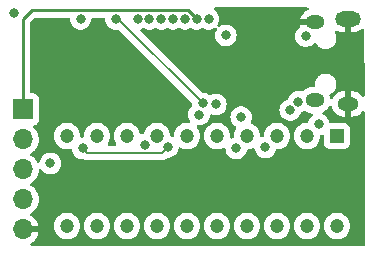
<source format=gbr>
%TF.GenerationSoftware,KiCad,Pcbnew,7.0.9*%
%TF.CreationDate,2024-08-09T11:55:52-06:00*%
%TF.ProjectId,SWAG_BAR_LED_ARM,53574147-5f42-4415-925f-4c45445f4152,rev?*%
%TF.SameCoordinates,Original*%
%TF.FileFunction,Copper,L4,Bot*%
%TF.FilePolarity,Positive*%
%FSLAX46Y46*%
G04 Gerber Fmt 4.6, Leading zero omitted, Abs format (unit mm)*
G04 Created by KiCad (PCBNEW 7.0.9) date 2024-08-09 11:55:52*
%MOMM*%
%LPD*%
G01*
G04 APERTURE LIST*
%TA.AperFunction,ComponentPad*%
%ADD10O,1.800000X1.150000*%
%TD*%
%TA.AperFunction,ComponentPad*%
%ADD11O,1.600000X1.200000*%
%TD*%
%TA.AperFunction,ComponentPad*%
%ADD12O,2.200000X1.300000*%
%TD*%
%TA.AperFunction,ComponentPad*%
%ADD13R,1.700000X1.700000*%
%TD*%
%TA.AperFunction,ComponentPad*%
%ADD14O,1.700000X1.700000*%
%TD*%
%TA.AperFunction,ComponentPad*%
%ADD15R,1.200000X1.200000*%
%TD*%
%TA.AperFunction,ComponentPad*%
%ADD16C,1.200000*%
%TD*%
%TA.AperFunction,ViaPad*%
%ADD17C,0.800000*%
%TD*%
%TA.AperFunction,Conductor*%
%ADD18C,0.250000*%
%TD*%
%TA.AperFunction,Conductor*%
%ADD19C,0.200000*%
%TD*%
G04 APERTURE END LIST*
D10*
%TO.P,J3,6,Shield*%
%TO.N,GND*%
X105979000Y-97326000D03*
D11*
X103179000Y-97026000D03*
X103179000Y-90426000D03*
D12*
X105979000Y-90126000D03*
%TD*%
D13*
%TO.P,J1,1,Pin_1*%
%TO.N,/SWDIO*%
X78435200Y-97790000D03*
D14*
%TO.P,J1,2,Pin_2*%
%TO.N,/SWCLK*%
X78435200Y-100330000D03*
%TO.P,J1,3,Pin_3*%
%TO.N,/RST*%
X78435200Y-102870000D03*
%TO.P,J1,4,Pin_4*%
%TO.N,+3V3*%
X78435200Y-105410000D03*
%TO.P,J1,5,Pin_5*%
%TO.N,GND*%
X78435200Y-107950000D03*
%TD*%
D15*
%TO.P,BAR1,1,A*%
%TO.N,+3V3*%
X105048500Y-100056500D03*
D16*
%TO.P,BAR1,2,A*%
X102508500Y-100056500D03*
%TO.P,BAR1,3,A*%
X99968500Y-100056500D03*
%TO.P,BAR1,4,A*%
X97428500Y-100056500D03*
%TO.P,BAR1,5,A*%
X94888500Y-100056500D03*
%TO.P,BAR1,6,A*%
X92348500Y-100056500D03*
%TO.P,BAR1,7,A*%
X89808500Y-100056500D03*
%TO.P,BAR1,8,A*%
X87268500Y-100056500D03*
%TO.P,BAR1,9,A*%
X84728500Y-100056500D03*
%TO.P,BAR1,10,A*%
X82188500Y-100056500D03*
%TO.P,BAR1,11,K*%
%TO.N,/L9*%
X82188500Y-107676500D03*
%TO.P,BAR1,12,K*%
%TO.N,/L8*%
X84728500Y-107676500D03*
%TO.P,BAR1,13,K*%
%TO.N,/L7*%
X87268500Y-107676500D03*
%TO.P,BAR1,14,K*%
%TO.N,/L6*%
X89808500Y-107676500D03*
%TO.P,BAR1,15,K*%
%TO.N,/L5*%
X92348500Y-107676500D03*
%TO.P,BAR1,16,K*%
%TO.N,/L4*%
X94888500Y-107676500D03*
%TO.P,BAR1,17,K*%
%TO.N,/L3*%
X97428500Y-107676500D03*
%TO.P,BAR1,18,K*%
%TO.N,/L2*%
X99968500Y-107676500D03*
%TO.P,BAR1,19,K*%
%TO.N,/L1*%
X102508500Y-107676500D03*
%TO.P,BAR1,20,K*%
%TO.N,/L0*%
X105048500Y-107676500D03*
%TD*%
D17*
%TO.N,/Sig_L9*%
X90728800Y-100987501D03*
X83515200Y-101092000D03*
%TO.N,/Sig_L8*%
X80782949Y-102359649D03*
X88803124Y-100780607D03*
%TO.N,/Sig_L5*%
X83341586Y-90132500D03*
%TO.N,/Sig_L4*%
X88188800Y-90119200D03*
%TO.N,/SWCLK*%
X77673200Y-89662000D03*
%TO.N,+5V*%
X101784553Y-97135995D03*
X102404500Y-91601498D03*
%TO.N,/SWDIO*%
X93170397Y-90132500D03*
%TO.N,/SWCLK*%
X94169900Y-90132500D03*
%TO.N,GND*%
X88519000Y-103886000D03*
X92811600Y-93675200D03*
X83439000Y-104013000D03*
X103632000Y-104013000D03*
X98679000Y-104013000D03*
X93599000Y-104013000D03*
%TO.N,/RST*%
X95632674Y-91525171D03*
%TO.N,/Sig_L1*%
X103505000Y-99060000D03*
X91171391Y-90132500D03*
%TO.N,/Sig_L0*%
X92170894Y-90132500D03*
X101087601Y-97852418D03*
%TO.N,/SW_1*%
X93675200Y-97282000D03*
X86309200Y-90132000D03*
%TO.N,/Sig_L2*%
X90171888Y-90132500D03*
X96520000Y-101092000D03*
X96926400Y-98450400D03*
%TO.N,/Sig_L3*%
X89172385Y-90132500D03*
X98990102Y-101021797D03*
%TO.N,/Sig_L4*%
X93364044Y-98231352D03*
%TO.N,/Sig_L5*%
X94792800Y-97383600D03*
%TD*%
D18*
%TO.N,/SWDIO*%
X78435200Y-90170000D02*
X78435200Y-97790000D01*
X88502405Y-89407500D02*
X88489105Y-89394200D01*
X88489105Y-89394200D02*
X79211000Y-89394200D01*
X92471199Y-89407500D02*
X88502405Y-89407500D01*
X93170397Y-90106698D02*
X92471199Y-89407500D01*
X79211000Y-89394200D02*
X78435200Y-90170000D01*
X93170397Y-90132500D02*
X93170397Y-90106698D01*
D19*
%TO.N,/Sig_L9*%
X83903807Y-101480607D02*
X83515200Y-101092000D01*
X90235694Y-101480607D02*
X83903807Y-101480607D01*
X90728800Y-100987501D02*
X90235694Y-101480607D01*
%TO.N,/SW_1*%
X86525200Y-90132000D02*
X93675200Y-97282000D01*
X86309200Y-90132000D02*
X86525200Y-90132000D01*
%TD*%
%TA.AperFunction,Conductor*%
%TO.N,GND*%
G36*
X102609519Y-89174185D02*
G01*
X102655274Y-89226989D01*
X102665218Y-89296147D01*
X102636193Y-89359703D01*
X102577415Y-89397477D01*
X102577414Y-89397477D01*
X102568314Y-89400148D01*
X102381585Y-89496413D01*
X102216462Y-89626268D01*
X102216459Y-89626271D01*
X102078894Y-89785030D01*
X102078885Y-89785041D01*
X101973855Y-89966960D01*
X101973852Y-89966967D01*
X101905144Y-90165482D01*
X101905144Y-90165484D01*
X101903632Y-90176000D01*
X102754393Y-90176000D01*
X102694762Y-90293031D01*
X102673702Y-90426000D01*
X102694762Y-90558969D01*
X102754393Y-90676000D01*
X101907742Y-90676000D01*
X101921868Y-90734227D01*
X101918543Y-90804017D01*
X101878015Y-90860931D01*
X101874250Y-90863778D01*
X101793246Y-90922632D01*
X101665459Y-91064555D01*
X101569973Y-91229941D01*
X101569970Y-91229948D01*
X101525830Y-91365799D01*
X101510958Y-91411570D01*
X101490996Y-91601498D01*
X101510958Y-91791426D01*
X101510959Y-91791429D01*
X101569970Y-91973047D01*
X101569973Y-91973054D01*
X101665460Y-92138442D01*
X101793247Y-92280364D01*
X101947748Y-92392616D01*
X102122212Y-92470292D01*
X102309013Y-92509998D01*
X102499987Y-92509998D01*
X102686788Y-92470292D01*
X102861252Y-92392616D01*
X103015753Y-92280364D01*
X103084264Y-92204274D01*
X103143747Y-92167629D01*
X103213604Y-92168958D01*
X103271652Y-92207844D01*
X103283911Y-92227536D01*
X103284631Y-92227121D01*
X103287881Y-92232750D01*
X103314113Y-92268857D01*
X103317648Y-92274300D01*
X103339956Y-92312938D01*
X103339962Y-92312947D01*
X103369813Y-92346100D01*
X103373900Y-92351146D01*
X103400134Y-92387253D01*
X103433290Y-92417106D01*
X103437881Y-92421696D01*
X103467747Y-92454866D01*
X103503843Y-92481091D01*
X103508890Y-92485177D01*
X103542056Y-92515040D01*
X103580703Y-92537353D01*
X103586140Y-92540884D01*
X103622248Y-92567118D01*
X103663027Y-92585273D01*
X103668790Y-92588209D01*
X103707444Y-92610527D01*
X103749883Y-92624315D01*
X103755940Y-92626640D01*
X103796712Y-92644794D01*
X103840368Y-92654072D01*
X103846629Y-92655751D01*
X103867901Y-92662662D01*
X103889067Y-92669541D01*
X103889069Y-92669541D01*
X103889072Y-92669542D01*
X103933457Y-92674206D01*
X103939853Y-92675219D01*
X103983513Y-92684500D01*
X103983515Y-92684500D01*
X104174483Y-92684500D01*
X104174487Y-92684500D01*
X104218151Y-92675218D01*
X104224537Y-92674207D01*
X104268928Y-92669542D01*
X104311372Y-92655749D01*
X104317631Y-92654072D01*
X104361288Y-92644794D01*
X104402061Y-92626639D01*
X104408112Y-92624316D01*
X104450556Y-92610527D01*
X104489202Y-92588213D01*
X104494970Y-92585273D01*
X104535752Y-92567118D01*
X104571863Y-92540880D01*
X104577289Y-92537356D01*
X104615944Y-92515040D01*
X104649112Y-92485174D01*
X104654144Y-92481099D01*
X104690253Y-92454866D01*
X104720118Y-92421695D01*
X104724695Y-92417118D01*
X104757866Y-92387253D01*
X104784099Y-92351144D01*
X104788174Y-92346112D01*
X104818040Y-92312944D01*
X104840356Y-92274289D01*
X104843884Y-92268859D01*
X104870118Y-92232752D01*
X104888273Y-92191970D01*
X104891217Y-92186195D01*
X104913527Y-92147556D01*
X104927316Y-92105112D01*
X104929642Y-92099055D01*
X104947794Y-92058288D01*
X104957072Y-92014631D01*
X104958749Y-92008372D01*
X104972542Y-91965928D01*
X104977207Y-91921537D01*
X104978218Y-91915151D01*
X104987500Y-91871487D01*
X104987500Y-91826863D01*
X104987840Y-91820378D01*
X104990882Y-91791429D01*
X104992504Y-91776000D01*
X104989556Y-91747955D01*
X104987840Y-91731619D01*
X104987500Y-91725135D01*
X104987500Y-91680515D01*
X104987500Y-91680513D01*
X104978219Y-91636853D01*
X104977206Y-91630452D01*
X104972541Y-91586067D01*
X104965662Y-91564901D01*
X104958751Y-91543629D01*
X104957072Y-91537365D01*
X104954480Y-91525171D01*
X104947794Y-91493712D01*
X104929640Y-91452940D01*
X104927313Y-91446876D01*
X104913526Y-91404442D01*
X104913524Y-91404439D01*
X104891209Y-91365790D01*
X104888276Y-91360035D01*
X104875099Y-91330437D01*
X104865817Y-91261190D01*
X104895448Y-91197914D01*
X104954584Y-91160703D01*
X105024451Y-91161370D01*
X105043652Y-91169008D01*
X105111783Y-91202933D01*
X105111803Y-91202941D01*
X105316780Y-91261261D01*
X105316783Y-91261262D01*
X105475833Y-91276000D01*
X105729000Y-91276000D01*
X105729000Y-90551000D01*
X106229000Y-90551000D01*
X106229000Y-91276000D01*
X106482167Y-91276000D01*
X106641216Y-91261262D01*
X106641219Y-91261261D01*
X106846196Y-91202941D01*
X106846216Y-91202933D01*
X107036990Y-91107939D01*
X107173588Y-91004784D01*
X107238949Y-90980091D01*
X107307284Y-90994656D01*
X107356897Y-91043853D01*
X107372316Y-91103428D01*
X107386034Y-96604023D01*
X107366516Y-96671111D01*
X107313827Y-96716998D01*
X107244693Y-96727113D01*
X107181065Y-96698247D01*
X107161026Y-96676259D01*
X107120124Y-96618820D01*
X106971543Y-96477148D01*
X106798834Y-96366155D01*
X106608238Y-96289852D01*
X106406651Y-96251000D01*
X106229000Y-96251000D01*
X106229000Y-97051000D01*
X105729000Y-97051000D01*
X105729000Y-96251000D01*
X105602795Y-96251000D01*
X105449629Y-96265625D01*
X105449625Y-96265626D01*
X105252648Y-96323463D01*
X105070162Y-96417541D01*
X104908793Y-96544444D01*
X104908790Y-96544448D01*
X104774345Y-96699604D01*
X104687964Y-96849221D01*
X104637397Y-96897437D01*
X104568790Y-96910659D01*
X104503925Y-96884691D01*
X104463397Y-96827777D01*
X104460072Y-96816455D01*
X104423229Y-96664590D01*
X104420080Y-96657693D01*
X104410137Y-96588534D01*
X104439162Y-96524979D01*
X104470869Y-96498798D01*
X104489209Y-96488209D01*
X104494970Y-96485273D01*
X104535752Y-96467118D01*
X104571863Y-96440880D01*
X104577289Y-96437356D01*
X104615944Y-96415040D01*
X104649112Y-96385174D01*
X104654144Y-96381099D01*
X104690253Y-96354866D01*
X104720118Y-96321695D01*
X104724695Y-96317118D01*
X104757866Y-96287253D01*
X104784099Y-96251144D01*
X104788174Y-96246112D01*
X104818040Y-96212944D01*
X104840356Y-96174289D01*
X104843884Y-96168859D01*
X104870118Y-96132752D01*
X104888273Y-96091970D01*
X104891217Y-96086195D01*
X104913527Y-96047556D01*
X104927316Y-96005112D01*
X104929642Y-95999055D01*
X104947794Y-95958288D01*
X104957072Y-95914631D01*
X104958749Y-95908372D01*
X104972542Y-95865928D01*
X104977207Y-95821537D01*
X104978218Y-95815151D01*
X104987500Y-95771487D01*
X104987500Y-95726863D01*
X104987840Y-95720378D01*
X104988845Y-95710804D01*
X104992504Y-95676000D01*
X104989556Y-95647955D01*
X104987840Y-95631619D01*
X104987500Y-95625135D01*
X104987500Y-95580515D01*
X104987500Y-95580513D01*
X104978219Y-95536853D01*
X104977206Y-95530457D01*
X104972542Y-95486072D01*
X104972541Y-95486069D01*
X104972541Y-95486067D01*
X104965662Y-95464901D01*
X104958751Y-95443629D01*
X104957072Y-95437365D01*
X104957071Y-95437359D01*
X104947794Y-95393712D01*
X104929640Y-95352940D01*
X104927313Y-95346876D01*
X104913526Y-95304442D01*
X104913524Y-95304439D01*
X104891215Y-95265800D01*
X104891209Y-95265790D01*
X104888268Y-95260016D01*
X104870118Y-95219248D01*
X104843884Y-95183140D01*
X104840351Y-95177700D01*
X104818040Y-95139056D01*
X104788177Y-95105890D01*
X104784090Y-95100842D01*
X104757865Y-95064746D01*
X104745043Y-95053202D01*
X104724696Y-95034881D01*
X104720106Y-95030290D01*
X104690253Y-94997134D01*
X104654146Y-94970900D01*
X104649100Y-94966813D01*
X104615947Y-94936962D01*
X104615938Y-94936956D01*
X104577300Y-94914648D01*
X104571857Y-94911113D01*
X104559505Y-94902139D01*
X104535752Y-94884882D01*
X104494984Y-94866731D01*
X104489197Y-94863783D01*
X104450554Y-94841472D01*
X104408118Y-94827683D01*
X104402056Y-94825357D01*
X104361290Y-94807206D01*
X104317639Y-94797928D01*
X104311367Y-94796247D01*
X104268926Y-94782457D01*
X104268928Y-94782457D01*
X104224547Y-94777792D01*
X104218136Y-94776777D01*
X104174487Y-94767500D01*
X103983513Y-94767500D01*
X103983512Y-94767500D01*
X103939865Y-94776776D01*
X103933454Y-94777792D01*
X103889072Y-94782457D01*
X103889071Y-94782457D01*
X103846630Y-94796248D01*
X103840359Y-94797928D01*
X103796712Y-94807205D01*
X103755947Y-94825355D01*
X103749887Y-94827681D01*
X103707451Y-94841470D01*
X103707443Y-94841473D01*
X103668800Y-94863783D01*
X103663016Y-94866730D01*
X103622250Y-94884880D01*
X103622246Y-94884882D01*
X103586142Y-94911112D01*
X103580700Y-94914646D01*
X103542054Y-94936960D01*
X103508896Y-94966816D01*
X103503850Y-94970902D01*
X103467747Y-94997133D01*
X103437886Y-95030296D01*
X103433296Y-95034886D01*
X103400133Y-95064747D01*
X103373902Y-95100850D01*
X103369816Y-95105896D01*
X103339960Y-95139054D01*
X103317646Y-95177700D01*
X103314112Y-95183142D01*
X103287882Y-95219246D01*
X103287880Y-95219250D01*
X103269730Y-95260016D01*
X103266783Y-95265800D01*
X103244473Y-95304443D01*
X103244470Y-95304451D01*
X103230681Y-95346887D01*
X103228355Y-95352947D01*
X103210205Y-95393712D01*
X103200928Y-95437359D01*
X103199248Y-95443630D01*
X103185457Y-95486071D01*
X103185457Y-95486072D01*
X103180792Y-95530454D01*
X103179776Y-95536865D01*
X103170500Y-95580512D01*
X103170500Y-95625135D01*
X103170160Y-95631619D01*
X103165496Y-95675999D01*
X103170160Y-95720378D01*
X103170500Y-95726863D01*
X103170500Y-95771488D01*
X103171506Y-95776222D01*
X103166188Y-95845889D01*
X103124050Y-95901621D01*
X103058470Y-95925725D01*
X103050215Y-95926000D01*
X102926602Y-95926000D01*
X102769877Y-95940965D01*
X102769873Y-95940966D01*
X102568313Y-96000149D01*
X102381585Y-96096413D01*
X102216459Y-96226270D01*
X102209399Y-96234419D01*
X102150620Y-96272192D01*
X102080750Y-96272190D01*
X102069722Y-96268137D01*
X102066839Y-96267200D01*
X101880040Y-96227495D01*
X101689066Y-96227495D01*
X101502267Y-96267200D01*
X101491059Y-96272190D01*
X101379847Y-96321705D01*
X101327799Y-96344878D01*
X101173298Y-96457130D01*
X101045512Y-96599052D01*
X100950026Y-96764438D01*
X100950024Y-96764442D01*
X100906383Y-96898756D01*
X100866945Y-96956431D01*
X100814239Y-96981726D01*
X100805315Y-96983623D01*
X100805313Y-96983624D01*
X100653984Y-97051000D01*
X100630845Y-97061302D01*
X100476346Y-97173553D01*
X100348560Y-97315475D01*
X100253074Y-97480861D01*
X100253071Y-97480868D01*
X100214038Y-97601000D01*
X100194059Y-97662490D01*
X100174097Y-97852418D01*
X100194059Y-98042346D01*
X100194060Y-98042349D01*
X100253071Y-98223967D01*
X100253074Y-98223974D01*
X100348561Y-98389362D01*
X100476348Y-98531284D01*
X100630849Y-98643536D01*
X100805313Y-98721212D01*
X100992114Y-98760918D01*
X101183088Y-98760918D01*
X101369889Y-98721212D01*
X101544353Y-98643536D01*
X101698854Y-98531284D01*
X101826641Y-98389362D01*
X101922128Y-98223974D01*
X101965771Y-98089655D01*
X102005207Y-98031982D01*
X102057919Y-98006685D01*
X102066841Y-98004789D01*
X102241305Y-97927113D01*
X102241310Y-97927109D01*
X102242310Y-97926664D01*
X102311560Y-97917380D01*
X102359785Y-97935628D01*
X102472657Y-98008166D01*
X102667685Y-98086244D01*
X102873959Y-98125999D01*
X102875610Y-98126157D01*
X102876383Y-98126466D01*
X102879763Y-98127118D01*
X102879637Y-98127769D01*
X102940476Y-98152120D01*
X102981008Y-98209032D01*
X102984338Y-98278822D01*
X102949407Y-98339333D01*
X102936718Y-98349913D01*
X102893746Y-98381134D01*
X102765959Y-98523057D01*
X102670473Y-98688443D01*
X102670470Y-98688450D01*
X102613977Y-98862318D01*
X102574539Y-98919994D01*
X102510181Y-98947192D01*
X102496046Y-98948000D01*
X102405782Y-98948000D01*
X102203845Y-98985749D01*
X102203842Y-98985749D01*
X102203842Y-98985750D01*
X102012279Y-99059961D01*
X101837616Y-99168109D01*
X101685800Y-99306506D01*
X101561998Y-99470447D01*
X101561993Y-99470455D01*
X101470430Y-99654337D01*
X101470424Y-99654352D01*
X101414206Y-99851939D01*
X101414205Y-99851941D01*
X101395251Y-100056499D01*
X101395251Y-100056500D01*
X101414205Y-100261058D01*
X101414206Y-100261060D01*
X101470424Y-100458647D01*
X101470430Y-100458662D01*
X101561993Y-100642544D01*
X101561998Y-100642552D01*
X101685800Y-100806493D01*
X101791340Y-100902704D01*
X101837618Y-100944892D01*
X102012282Y-101053040D01*
X102203845Y-101127251D01*
X102405782Y-101165000D01*
X102405784Y-101165000D01*
X102611216Y-101165000D01*
X102611218Y-101165000D01*
X102813155Y-101127251D01*
X103004718Y-101053040D01*
X103179382Y-100944892D01*
X103331201Y-100806491D01*
X103455003Y-100642550D01*
X103546574Y-100458652D01*
X103602794Y-100261059D01*
X103621749Y-100056500D01*
X103621748Y-100056495D01*
X103622073Y-100052995D01*
X103647859Y-99988058D01*
X103704659Y-99947370D01*
X103719753Y-99943148D01*
X103787288Y-99928794D01*
X103787292Y-99928792D01*
X103790219Y-99928170D01*
X103859886Y-99933486D01*
X103915620Y-99975623D01*
X103939725Y-100041203D01*
X103940000Y-100049460D01*
X103940000Y-100705154D01*
X103946511Y-100765702D01*
X103946511Y-100765704D01*
X103986199Y-100872107D01*
X103997611Y-100902704D01*
X104085239Y-101019761D01*
X104202296Y-101107389D01*
X104339299Y-101158489D01*
X104366550Y-101161418D01*
X104399845Y-101164999D01*
X104399862Y-101165000D01*
X105697138Y-101165000D01*
X105697154Y-101164999D01*
X105724192Y-101162091D01*
X105757701Y-101158489D01*
X105894704Y-101107389D01*
X106011761Y-101019761D01*
X106099389Y-100902704D01*
X106150489Y-100765701D01*
X106154278Y-100730460D01*
X106156999Y-100705154D01*
X106157000Y-100705137D01*
X106157000Y-99407862D01*
X106156999Y-99407845D01*
X106153657Y-99376770D01*
X106150489Y-99347299D01*
X106145898Y-99334991D01*
X106127246Y-99284984D01*
X106099389Y-99210296D01*
X106011761Y-99093239D01*
X105894704Y-99005611D01*
X105757703Y-98954511D01*
X105697154Y-98948000D01*
X105697138Y-98948000D01*
X104513954Y-98948000D01*
X104446915Y-98928315D01*
X104401160Y-98875511D01*
X104396023Y-98862318D01*
X104339529Y-98688450D01*
X104339528Y-98688449D01*
X104339527Y-98688444D01*
X104244040Y-98523056D01*
X104116253Y-98381134D01*
X103961752Y-98268882D01*
X103879575Y-98232294D01*
X103826339Y-98187045D01*
X103806018Y-98120196D01*
X103825063Y-98052973D01*
X103873193Y-98008800D01*
X103976412Y-97955587D01*
X104141537Y-97825731D01*
X104141540Y-97825728D01*
X104279105Y-97666969D01*
X104279114Y-97666958D01*
X104371691Y-97506609D01*
X104422258Y-97458394D01*
X104490865Y-97445170D01*
X104555729Y-97471138D01*
X104596258Y-97528052D01*
X104599583Y-97539375D01*
X104633503Y-97679195D01*
X104718787Y-97865943D01*
X104718789Y-97865947D01*
X104837870Y-98033173D01*
X104837875Y-98033179D01*
X104986456Y-98174851D01*
X105159165Y-98285844D01*
X105349761Y-98362147D01*
X105551349Y-98401000D01*
X105729000Y-98401000D01*
X105729000Y-97601000D01*
X106229000Y-97601000D01*
X106229000Y-98401000D01*
X106355205Y-98401000D01*
X106508370Y-98386374D01*
X106508374Y-98386373D01*
X106705351Y-98328536D01*
X106887837Y-98234458D01*
X107049206Y-98107555D01*
X107049214Y-98107547D01*
X107171919Y-97965938D01*
X107230697Y-97928163D01*
X107300566Y-97928163D01*
X107359345Y-97965937D01*
X107388370Y-98029492D01*
X107389632Y-98046831D01*
X107397478Y-101193006D01*
X107417501Y-109222194D01*
X107397984Y-109289279D01*
X107345295Y-109335166D01*
X107293502Y-109346500D01*
X84329088Y-109346500D01*
X79211630Y-109329469D01*
X79144657Y-109309562D01*
X79099078Y-109256606D01*
X79089365Y-109187415D01*
X79118601Y-109123956D01*
X79140919Y-109103895D01*
X79306282Y-108988105D01*
X79473305Y-108821082D01*
X79608800Y-108627578D01*
X79708629Y-108413492D01*
X79708632Y-108413486D01*
X79765836Y-108200000D01*
X78868886Y-108200000D01*
X78894693Y-108159844D01*
X78935200Y-108021889D01*
X78935200Y-107878111D01*
X78894693Y-107740156D01*
X78868886Y-107700000D01*
X79765836Y-107700000D01*
X79765835Y-107699999D01*
X79759539Y-107676500D01*
X81075251Y-107676500D01*
X81094205Y-107881058D01*
X81094206Y-107881060D01*
X81150424Y-108078647D01*
X81150430Y-108078662D01*
X81241993Y-108262544D01*
X81241998Y-108262552D01*
X81365800Y-108426493D01*
X81496404Y-108545553D01*
X81517618Y-108564892D01*
X81692282Y-108673040D01*
X81883845Y-108747251D01*
X82085782Y-108785000D01*
X82085784Y-108785000D01*
X82291216Y-108785000D01*
X82291218Y-108785000D01*
X82493155Y-108747251D01*
X82684718Y-108673040D01*
X82859382Y-108564892D01*
X83011201Y-108426491D01*
X83135003Y-108262550D01*
X83226574Y-108078652D01*
X83282794Y-107881059D01*
X83301749Y-107676500D01*
X83615251Y-107676500D01*
X83634205Y-107881058D01*
X83634206Y-107881060D01*
X83690424Y-108078647D01*
X83690430Y-108078662D01*
X83781993Y-108262544D01*
X83781998Y-108262552D01*
X83905800Y-108426493D01*
X84036404Y-108545553D01*
X84057618Y-108564892D01*
X84232282Y-108673040D01*
X84423845Y-108747251D01*
X84625782Y-108785000D01*
X84625784Y-108785000D01*
X84831216Y-108785000D01*
X84831218Y-108785000D01*
X85033155Y-108747251D01*
X85224718Y-108673040D01*
X85399382Y-108564892D01*
X85551201Y-108426491D01*
X85675003Y-108262550D01*
X85766574Y-108078652D01*
X85822794Y-107881059D01*
X85841749Y-107676500D01*
X86155251Y-107676500D01*
X86174205Y-107881058D01*
X86174206Y-107881060D01*
X86230424Y-108078647D01*
X86230430Y-108078662D01*
X86321993Y-108262544D01*
X86321998Y-108262552D01*
X86445800Y-108426493D01*
X86576404Y-108545553D01*
X86597618Y-108564892D01*
X86772282Y-108673040D01*
X86963845Y-108747251D01*
X87165782Y-108785000D01*
X87165784Y-108785000D01*
X87371216Y-108785000D01*
X87371218Y-108785000D01*
X87573155Y-108747251D01*
X87764718Y-108673040D01*
X87939382Y-108564892D01*
X88091201Y-108426491D01*
X88215003Y-108262550D01*
X88306574Y-108078652D01*
X88362794Y-107881059D01*
X88381749Y-107676500D01*
X88695251Y-107676500D01*
X88714205Y-107881058D01*
X88714206Y-107881060D01*
X88770424Y-108078647D01*
X88770430Y-108078662D01*
X88861993Y-108262544D01*
X88861998Y-108262552D01*
X88985800Y-108426493D01*
X89116404Y-108545553D01*
X89137618Y-108564892D01*
X89312282Y-108673040D01*
X89503845Y-108747251D01*
X89705782Y-108785000D01*
X89705784Y-108785000D01*
X89911216Y-108785000D01*
X89911218Y-108785000D01*
X90113155Y-108747251D01*
X90304718Y-108673040D01*
X90479382Y-108564892D01*
X90631201Y-108426491D01*
X90755003Y-108262550D01*
X90846574Y-108078652D01*
X90902794Y-107881059D01*
X90921749Y-107676500D01*
X91235251Y-107676500D01*
X91254205Y-107881058D01*
X91254206Y-107881060D01*
X91310424Y-108078647D01*
X91310430Y-108078662D01*
X91401993Y-108262544D01*
X91401998Y-108262552D01*
X91525800Y-108426493D01*
X91656404Y-108545553D01*
X91677618Y-108564892D01*
X91852282Y-108673040D01*
X92043845Y-108747251D01*
X92245782Y-108785000D01*
X92245784Y-108785000D01*
X92451216Y-108785000D01*
X92451218Y-108785000D01*
X92653155Y-108747251D01*
X92844718Y-108673040D01*
X93019382Y-108564892D01*
X93171201Y-108426491D01*
X93295003Y-108262550D01*
X93386574Y-108078652D01*
X93442794Y-107881059D01*
X93461749Y-107676500D01*
X93775251Y-107676500D01*
X93794205Y-107881058D01*
X93794206Y-107881060D01*
X93850424Y-108078647D01*
X93850430Y-108078662D01*
X93941993Y-108262544D01*
X93941998Y-108262552D01*
X94065800Y-108426493D01*
X94196404Y-108545553D01*
X94217618Y-108564892D01*
X94392282Y-108673040D01*
X94583845Y-108747251D01*
X94785782Y-108785000D01*
X94785784Y-108785000D01*
X94991216Y-108785000D01*
X94991218Y-108785000D01*
X95193155Y-108747251D01*
X95384718Y-108673040D01*
X95559382Y-108564892D01*
X95711201Y-108426491D01*
X95835003Y-108262550D01*
X95926574Y-108078652D01*
X95982794Y-107881059D01*
X96001749Y-107676500D01*
X96315251Y-107676500D01*
X96334205Y-107881058D01*
X96334206Y-107881060D01*
X96390424Y-108078647D01*
X96390430Y-108078662D01*
X96481993Y-108262544D01*
X96481998Y-108262552D01*
X96605800Y-108426493D01*
X96736404Y-108545553D01*
X96757618Y-108564892D01*
X96932282Y-108673040D01*
X97123845Y-108747251D01*
X97325782Y-108785000D01*
X97325784Y-108785000D01*
X97531216Y-108785000D01*
X97531218Y-108785000D01*
X97733155Y-108747251D01*
X97924718Y-108673040D01*
X98099382Y-108564892D01*
X98251201Y-108426491D01*
X98375003Y-108262550D01*
X98466574Y-108078652D01*
X98522794Y-107881059D01*
X98541749Y-107676500D01*
X98855251Y-107676500D01*
X98874205Y-107881058D01*
X98874206Y-107881060D01*
X98930424Y-108078647D01*
X98930430Y-108078662D01*
X99021993Y-108262544D01*
X99021998Y-108262552D01*
X99145800Y-108426493D01*
X99276404Y-108545553D01*
X99297618Y-108564892D01*
X99472282Y-108673040D01*
X99663845Y-108747251D01*
X99865782Y-108785000D01*
X99865784Y-108785000D01*
X100071216Y-108785000D01*
X100071218Y-108785000D01*
X100273155Y-108747251D01*
X100464718Y-108673040D01*
X100639382Y-108564892D01*
X100791201Y-108426491D01*
X100915003Y-108262550D01*
X101006574Y-108078652D01*
X101062794Y-107881059D01*
X101081749Y-107676500D01*
X101395251Y-107676500D01*
X101414205Y-107881058D01*
X101414206Y-107881060D01*
X101470424Y-108078647D01*
X101470430Y-108078662D01*
X101561993Y-108262544D01*
X101561998Y-108262552D01*
X101685800Y-108426493D01*
X101816404Y-108545553D01*
X101837618Y-108564892D01*
X102012282Y-108673040D01*
X102203845Y-108747251D01*
X102405782Y-108785000D01*
X102405784Y-108785000D01*
X102611216Y-108785000D01*
X102611218Y-108785000D01*
X102813155Y-108747251D01*
X103004718Y-108673040D01*
X103179382Y-108564892D01*
X103331201Y-108426491D01*
X103455003Y-108262550D01*
X103546574Y-108078652D01*
X103602794Y-107881059D01*
X103621749Y-107676500D01*
X103935251Y-107676500D01*
X103954205Y-107881058D01*
X103954206Y-107881060D01*
X104010424Y-108078647D01*
X104010430Y-108078662D01*
X104101993Y-108262544D01*
X104101998Y-108262552D01*
X104225800Y-108426493D01*
X104356404Y-108545553D01*
X104377618Y-108564892D01*
X104552282Y-108673040D01*
X104743845Y-108747251D01*
X104945782Y-108785000D01*
X104945784Y-108785000D01*
X105151216Y-108785000D01*
X105151218Y-108785000D01*
X105353155Y-108747251D01*
X105544718Y-108673040D01*
X105719382Y-108564892D01*
X105871201Y-108426491D01*
X105995003Y-108262550D01*
X106086574Y-108078652D01*
X106142794Y-107881059D01*
X106161749Y-107676500D01*
X106142794Y-107471941D01*
X106086574Y-107274348D01*
X106085614Y-107272420D01*
X105995006Y-107090455D01*
X105995001Y-107090447D01*
X105871199Y-106926506D01*
X105719383Y-106788109D01*
X105719382Y-106788108D01*
X105544718Y-106679960D01*
X105353155Y-106605749D01*
X105151218Y-106568000D01*
X104945782Y-106568000D01*
X104743845Y-106605749D01*
X104743842Y-106605749D01*
X104743842Y-106605750D01*
X104552279Y-106679961D01*
X104377616Y-106788109D01*
X104225800Y-106926506D01*
X104101998Y-107090447D01*
X104101993Y-107090455D01*
X104010430Y-107274337D01*
X104010424Y-107274352D01*
X103954206Y-107471939D01*
X103954205Y-107471941D01*
X103935251Y-107676499D01*
X103935251Y-107676500D01*
X103621749Y-107676500D01*
X103602794Y-107471941D01*
X103546574Y-107274348D01*
X103545614Y-107272420D01*
X103455006Y-107090455D01*
X103455001Y-107090447D01*
X103331199Y-106926506D01*
X103179383Y-106788109D01*
X103179382Y-106788108D01*
X103004718Y-106679960D01*
X102813155Y-106605749D01*
X102611218Y-106568000D01*
X102405782Y-106568000D01*
X102203845Y-106605749D01*
X102203842Y-106605749D01*
X102203842Y-106605750D01*
X102012279Y-106679961D01*
X101837616Y-106788109D01*
X101685800Y-106926506D01*
X101561998Y-107090447D01*
X101561993Y-107090455D01*
X101470430Y-107274337D01*
X101470424Y-107274352D01*
X101414206Y-107471939D01*
X101414205Y-107471941D01*
X101395251Y-107676499D01*
X101395251Y-107676500D01*
X101081749Y-107676500D01*
X101062794Y-107471941D01*
X101006574Y-107274348D01*
X101005614Y-107272420D01*
X100915006Y-107090455D01*
X100915001Y-107090447D01*
X100791199Y-106926506D01*
X100639383Y-106788109D01*
X100639382Y-106788108D01*
X100464718Y-106679960D01*
X100273155Y-106605749D01*
X100071218Y-106568000D01*
X99865782Y-106568000D01*
X99663845Y-106605749D01*
X99663842Y-106605749D01*
X99663842Y-106605750D01*
X99472279Y-106679961D01*
X99297616Y-106788109D01*
X99145800Y-106926506D01*
X99021998Y-107090447D01*
X99021993Y-107090455D01*
X98930430Y-107274337D01*
X98930424Y-107274352D01*
X98874206Y-107471939D01*
X98874205Y-107471941D01*
X98855251Y-107676499D01*
X98855251Y-107676500D01*
X98541749Y-107676500D01*
X98522794Y-107471941D01*
X98466574Y-107274348D01*
X98465614Y-107272420D01*
X98375006Y-107090455D01*
X98375001Y-107090447D01*
X98251199Y-106926506D01*
X98099383Y-106788109D01*
X98099382Y-106788108D01*
X97924718Y-106679960D01*
X97733155Y-106605749D01*
X97531218Y-106568000D01*
X97325782Y-106568000D01*
X97123845Y-106605749D01*
X97123842Y-106605749D01*
X97123842Y-106605750D01*
X96932279Y-106679961D01*
X96757616Y-106788109D01*
X96605800Y-106926506D01*
X96481998Y-107090447D01*
X96481993Y-107090455D01*
X96390430Y-107274337D01*
X96390424Y-107274352D01*
X96334206Y-107471939D01*
X96334205Y-107471941D01*
X96315251Y-107676499D01*
X96315251Y-107676500D01*
X96001749Y-107676500D01*
X95982794Y-107471941D01*
X95926574Y-107274348D01*
X95925614Y-107272420D01*
X95835006Y-107090455D01*
X95835001Y-107090447D01*
X95711199Y-106926506D01*
X95559383Y-106788109D01*
X95559382Y-106788108D01*
X95384718Y-106679960D01*
X95193155Y-106605749D01*
X94991218Y-106568000D01*
X94785782Y-106568000D01*
X94583845Y-106605749D01*
X94583842Y-106605749D01*
X94583842Y-106605750D01*
X94392279Y-106679961D01*
X94217616Y-106788109D01*
X94065800Y-106926506D01*
X93941998Y-107090447D01*
X93941993Y-107090455D01*
X93850430Y-107274337D01*
X93850424Y-107274352D01*
X93794206Y-107471939D01*
X93794205Y-107471941D01*
X93775251Y-107676499D01*
X93775251Y-107676500D01*
X93461749Y-107676500D01*
X93442794Y-107471941D01*
X93386574Y-107274348D01*
X93385614Y-107272420D01*
X93295006Y-107090455D01*
X93295001Y-107090447D01*
X93171199Y-106926506D01*
X93019383Y-106788109D01*
X93019382Y-106788108D01*
X92844718Y-106679960D01*
X92653155Y-106605749D01*
X92451218Y-106568000D01*
X92245782Y-106568000D01*
X92043845Y-106605749D01*
X92043842Y-106605749D01*
X92043842Y-106605750D01*
X91852279Y-106679961D01*
X91677616Y-106788109D01*
X91525800Y-106926506D01*
X91401998Y-107090447D01*
X91401993Y-107090455D01*
X91310430Y-107274337D01*
X91310424Y-107274352D01*
X91254206Y-107471939D01*
X91254205Y-107471941D01*
X91235251Y-107676499D01*
X91235251Y-107676500D01*
X90921749Y-107676500D01*
X90902794Y-107471941D01*
X90846574Y-107274348D01*
X90845614Y-107272420D01*
X90755006Y-107090455D01*
X90755001Y-107090447D01*
X90631199Y-106926506D01*
X90479383Y-106788109D01*
X90479382Y-106788108D01*
X90304718Y-106679960D01*
X90113155Y-106605749D01*
X89911218Y-106568000D01*
X89705782Y-106568000D01*
X89503845Y-106605749D01*
X89503842Y-106605749D01*
X89503842Y-106605750D01*
X89312279Y-106679961D01*
X89137616Y-106788109D01*
X88985800Y-106926506D01*
X88861998Y-107090447D01*
X88861993Y-107090455D01*
X88770430Y-107274337D01*
X88770424Y-107274352D01*
X88714206Y-107471939D01*
X88714205Y-107471941D01*
X88695251Y-107676499D01*
X88695251Y-107676500D01*
X88381749Y-107676500D01*
X88362794Y-107471941D01*
X88306574Y-107274348D01*
X88305614Y-107272420D01*
X88215006Y-107090455D01*
X88215001Y-107090447D01*
X88091199Y-106926506D01*
X87939383Y-106788109D01*
X87939382Y-106788108D01*
X87764718Y-106679960D01*
X87573155Y-106605749D01*
X87371218Y-106568000D01*
X87165782Y-106568000D01*
X86963845Y-106605749D01*
X86963842Y-106605749D01*
X86963842Y-106605750D01*
X86772279Y-106679961D01*
X86597616Y-106788109D01*
X86445800Y-106926506D01*
X86321998Y-107090447D01*
X86321993Y-107090455D01*
X86230430Y-107274337D01*
X86230424Y-107274352D01*
X86174206Y-107471939D01*
X86174205Y-107471941D01*
X86155251Y-107676499D01*
X86155251Y-107676500D01*
X85841749Y-107676500D01*
X85822794Y-107471941D01*
X85766574Y-107274348D01*
X85765614Y-107272420D01*
X85675006Y-107090455D01*
X85675001Y-107090447D01*
X85551199Y-106926506D01*
X85399383Y-106788109D01*
X85399382Y-106788108D01*
X85224718Y-106679960D01*
X85033155Y-106605749D01*
X84831218Y-106568000D01*
X84625782Y-106568000D01*
X84423845Y-106605749D01*
X84423842Y-106605749D01*
X84423842Y-106605750D01*
X84232279Y-106679961D01*
X84057616Y-106788109D01*
X83905800Y-106926506D01*
X83781998Y-107090447D01*
X83781993Y-107090455D01*
X83690430Y-107274337D01*
X83690424Y-107274352D01*
X83634206Y-107471939D01*
X83634205Y-107471941D01*
X83615251Y-107676499D01*
X83615251Y-107676500D01*
X83301749Y-107676500D01*
X83282794Y-107471941D01*
X83226574Y-107274348D01*
X83225614Y-107272420D01*
X83135006Y-107090455D01*
X83135001Y-107090447D01*
X83011199Y-106926506D01*
X82859383Y-106788109D01*
X82859382Y-106788108D01*
X82684718Y-106679960D01*
X82493155Y-106605749D01*
X82291218Y-106568000D01*
X82085782Y-106568000D01*
X81883845Y-106605749D01*
X81883842Y-106605749D01*
X81883842Y-106605750D01*
X81692279Y-106679961D01*
X81517616Y-106788109D01*
X81365800Y-106926506D01*
X81241998Y-107090447D01*
X81241993Y-107090455D01*
X81150430Y-107274337D01*
X81150424Y-107274352D01*
X81094206Y-107471939D01*
X81094205Y-107471941D01*
X81075251Y-107676499D01*
X81075251Y-107676500D01*
X79759539Y-107676500D01*
X79708632Y-107486513D01*
X79708629Y-107486507D01*
X79608800Y-107272422D01*
X79608799Y-107272420D01*
X79473313Y-107078926D01*
X79473308Y-107078920D01*
X79306282Y-106911894D01*
X79125397Y-106785236D01*
X79081772Y-106730659D01*
X79074580Y-106661160D01*
X79106102Y-106598806D01*
X79137500Y-106574608D01*
X79180776Y-106551189D01*
X79358440Y-106412906D01*
X79510922Y-106247268D01*
X79634060Y-106058791D01*
X79724496Y-105852616D01*
X79779764Y-105634368D01*
X79798356Y-105410000D01*
X79779764Y-105185632D01*
X79724496Y-104967384D01*
X79634060Y-104761209D01*
X79588881Y-104692058D01*
X79510923Y-104572734D01*
X79510915Y-104572723D01*
X79358443Y-104407097D01*
X79358438Y-104407092D01*
X79180777Y-104268812D01*
X79180778Y-104268812D01*
X79180776Y-104268811D01*
X79144270Y-104249055D01*
X79094679Y-104199836D01*
X79079571Y-104131619D01*
X79103741Y-104066064D01*
X79144270Y-104030945D01*
X79144284Y-104030936D01*
X79180776Y-104011189D01*
X79358440Y-103872906D01*
X79510922Y-103707268D01*
X79634060Y-103518791D01*
X79724496Y-103312616D01*
X79779764Y-103094368D01*
X79794509Y-102916417D01*
X79819662Y-102851237D01*
X79876064Y-102809998D01*
X79945807Y-102805800D01*
X80006749Y-102839974D01*
X80025471Y-102864659D01*
X80028555Y-102870000D01*
X80043909Y-102896593D01*
X80171696Y-103038515D01*
X80326197Y-103150767D01*
X80500661Y-103228443D01*
X80687462Y-103268149D01*
X80878436Y-103268149D01*
X81065237Y-103228443D01*
X81239701Y-103150767D01*
X81394202Y-103038515D01*
X81521989Y-102896593D01*
X81617476Y-102731205D01*
X81676491Y-102549577D01*
X81696453Y-102359649D01*
X81676491Y-102169721D01*
X81617476Y-101988093D01*
X81521989Y-101822705D01*
X81394202Y-101680783D01*
X81239701Y-101568531D01*
X81065237Y-101490855D01*
X81065235Y-101490854D01*
X80878436Y-101451149D01*
X80687462Y-101451149D01*
X80500663Y-101490854D01*
X80326195Y-101568532D01*
X80171694Y-101680784D01*
X80043908Y-101822706D01*
X79948422Y-101988092D01*
X79948419Y-101988099D01*
X79898208Y-102142634D01*
X79889407Y-102169721D01*
X79884595Y-102215501D01*
X79858011Y-102280115D01*
X79800713Y-102320099D01*
X79730894Y-102322759D01*
X79670721Y-102287249D01*
X79647719Y-102252348D01*
X79634059Y-102221207D01*
X79553092Y-102097278D01*
X79510922Y-102032732D01*
X79510919Y-102032729D01*
X79510915Y-102032723D01*
X79358443Y-101867097D01*
X79358438Y-101867092D01*
X79180777Y-101728812D01*
X79180778Y-101728812D01*
X79180776Y-101728811D01*
X79144270Y-101709055D01*
X79094679Y-101659836D01*
X79079571Y-101591619D01*
X79103741Y-101526064D01*
X79144270Y-101490945D01*
X79144438Y-101490854D01*
X79180776Y-101471189D01*
X79358440Y-101332906D01*
X79469996Y-101211725D01*
X79510915Y-101167276D01*
X79510916Y-101167274D01*
X79510922Y-101167268D01*
X79634060Y-100978791D01*
X79724496Y-100772616D01*
X79779764Y-100554368D01*
X79787695Y-100458662D01*
X79798356Y-100330005D01*
X79798356Y-100329994D01*
X79779765Y-100105640D01*
X79779763Y-100105628D01*
X79774884Y-100086361D01*
X79724496Y-99887384D01*
X79634060Y-99681209D01*
X79616513Y-99654352D01*
X79510923Y-99492734D01*
X79510915Y-99492723D01*
X79365710Y-99334991D01*
X79334787Y-99272337D01*
X79342647Y-99202911D01*
X79386794Y-99148755D01*
X79413605Y-99134827D01*
X79525103Y-99093239D01*
X79531404Y-99090889D01*
X79648461Y-99003261D01*
X79736089Y-98886204D01*
X79787189Y-98749201D01*
X79790791Y-98715692D01*
X79793699Y-98688654D01*
X79793700Y-98688637D01*
X79793700Y-96891362D01*
X79793699Y-96891345D01*
X79790357Y-96860270D01*
X79787189Y-96830799D01*
X79736089Y-96693796D01*
X79648461Y-96576739D01*
X79531404Y-96489111D01*
X79521095Y-96485266D01*
X79394403Y-96438011D01*
X79333854Y-96431500D01*
X79333838Y-96431500D01*
X79192700Y-96431500D01*
X79125661Y-96411815D01*
X79079906Y-96359011D01*
X79068700Y-96307500D01*
X79068700Y-90483766D01*
X79088385Y-90416727D01*
X79105019Y-90396085D01*
X79437086Y-90064019D01*
X79498409Y-90030534D01*
X79524767Y-90027700D01*
X82305417Y-90027700D01*
X82372456Y-90047385D01*
X82418211Y-90100189D01*
X82428737Y-90138735D01*
X82448044Y-90322428D01*
X82448045Y-90322431D01*
X82507056Y-90504049D01*
X82507057Y-90504051D01*
X82507059Y-90504056D01*
X82602546Y-90669444D01*
X82730333Y-90811366D01*
X82884834Y-90923618D01*
X83059298Y-91001294D01*
X83246099Y-91041000D01*
X83437073Y-91041000D01*
X83623874Y-91001294D01*
X83798338Y-90923618D01*
X83952839Y-90811366D01*
X84080626Y-90669444D01*
X84176113Y-90504056D01*
X84235128Y-90322428D01*
X84254434Y-90138736D01*
X84281019Y-90074124D01*
X84338316Y-90034139D01*
X84377755Y-90027700D01*
X85273083Y-90027700D01*
X85340122Y-90047385D01*
X85385877Y-90100189D01*
X85396404Y-90138738D01*
X85415658Y-90321928D01*
X85415659Y-90321931D01*
X85474670Y-90503549D01*
X85474673Y-90503556D01*
X85570160Y-90668944D01*
X85697947Y-90810866D01*
X85852448Y-90923118D01*
X86026912Y-91000794D01*
X86213713Y-91040500D01*
X86404685Y-91040500D01*
X86404687Y-91040500D01*
X86477764Y-91024966D01*
X86547430Y-91030281D01*
X86591226Y-91058575D01*
X92725377Y-97192726D01*
X92758862Y-97254049D01*
X92761696Y-97280407D01*
X92761696Y-97281997D01*
X92761696Y-97282000D01*
X92779458Y-97451000D01*
X92780452Y-97460449D01*
X92767883Y-97529179D01*
X92749281Y-97556383D01*
X92625003Y-97694408D01*
X92529517Y-97859795D01*
X92529514Y-97859802D01*
X92474379Y-98029492D01*
X92470502Y-98041424D01*
X92450540Y-98231352D01*
X92470502Y-98421280D01*
X92470503Y-98421283D01*
X92529514Y-98602901D01*
X92529519Y-98602913D01*
X92627571Y-98772745D01*
X92644044Y-98840645D01*
X92621191Y-98906672D01*
X92566270Y-98949862D01*
X92497399Y-98956632D01*
X92451218Y-98948000D01*
X92245782Y-98948000D01*
X92043845Y-98985749D01*
X92043842Y-98985749D01*
X92043842Y-98985750D01*
X91852279Y-99059961D01*
X91677616Y-99168109D01*
X91525800Y-99306506D01*
X91401998Y-99470447D01*
X91401993Y-99470455D01*
X91310430Y-99654337D01*
X91310424Y-99654352D01*
X91254206Y-99851939D01*
X91254206Y-99851941D01*
X91236786Y-100039928D01*
X91211000Y-100104865D01*
X91154199Y-100145552D01*
X91084418Y-100149072D01*
X91062880Y-100141766D01*
X91011088Y-100118706D01*
X91004911Y-100116700D01*
X91005640Y-100114454D01*
X90953614Y-100086361D01*
X90919843Y-100025195D01*
X90917413Y-100009711D01*
X90914254Y-99975623D01*
X90902794Y-99851941D01*
X90846574Y-99654348D01*
X90825516Y-99612058D01*
X90755006Y-99470455D01*
X90755001Y-99470447D01*
X90631199Y-99306506D01*
X90479383Y-99168109D01*
X90479382Y-99168108D01*
X90304718Y-99059960D01*
X90113155Y-98985749D01*
X89911218Y-98948000D01*
X89705782Y-98948000D01*
X89503845Y-98985749D01*
X89503842Y-98985749D01*
X89503842Y-98985750D01*
X89312279Y-99059961D01*
X89137616Y-99168109D01*
X88985800Y-99306506D01*
X88861998Y-99470447D01*
X88861993Y-99470455D01*
X88770430Y-99654337D01*
X88770425Y-99654350D01*
X88728958Y-99800090D01*
X88691678Y-99859183D01*
X88635474Y-99887445D01*
X88520836Y-99911812D01*
X88514656Y-99913821D01*
X88513770Y-99911097D01*
X88456869Y-99918657D01*
X88393628Y-99888952D01*
X88356565Y-99830049D01*
X88314216Y-99681209D01*
X88306574Y-99654348D01*
X88285516Y-99612058D01*
X88215006Y-99470455D01*
X88215001Y-99470447D01*
X88091199Y-99306506D01*
X87939383Y-99168109D01*
X87939382Y-99168108D01*
X87764718Y-99059960D01*
X87573155Y-98985749D01*
X87371218Y-98948000D01*
X87165782Y-98948000D01*
X86963845Y-98985749D01*
X86963842Y-98985749D01*
X86963842Y-98985750D01*
X86772279Y-99059961D01*
X86597616Y-99168109D01*
X86445800Y-99306506D01*
X86321998Y-99470447D01*
X86321993Y-99470455D01*
X86230430Y-99654337D01*
X86230424Y-99654352D01*
X86174206Y-99851939D01*
X86174205Y-99851941D01*
X86155251Y-100056499D01*
X86155251Y-100056500D01*
X86174205Y-100261058D01*
X86174206Y-100261060D01*
X86230424Y-100458647D01*
X86230430Y-100458662D01*
X86321993Y-100642544D01*
X86321998Y-100642552D01*
X86345279Y-100673380D01*
X86369971Y-100738741D01*
X86355406Y-100807076D01*
X86306209Y-100856688D01*
X86246325Y-100872107D01*
X85750675Y-100872107D01*
X85683636Y-100852422D01*
X85637881Y-100799618D01*
X85627937Y-100730460D01*
X85651721Y-100673380D01*
X85675001Y-100642552D01*
X85675003Y-100642550D01*
X85766574Y-100458652D01*
X85822794Y-100261059D01*
X85841749Y-100056500D01*
X85822794Y-99851941D01*
X85766574Y-99654348D01*
X85745516Y-99612058D01*
X85675006Y-99470455D01*
X85675001Y-99470447D01*
X85551199Y-99306506D01*
X85399383Y-99168109D01*
X85399382Y-99168108D01*
X85224718Y-99059960D01*
X85033155Y-98985749D01*
X84831218Y-98948000D01*
X84625782Y-98948000D01*
X84423845Y-98985749D01*
X84423842Y-98985749D01*
X84423842Y-98985750D01*
X84232279Y-99059961D01*
X84057616Y-99168109D01*
X83905800Y-99306506D01*
X83781998Y-99470447D01*
X83781993Y-99470455D01*
X83690430Y-99654337D01*
X83690424Y-99654352D01*
X83634206Y-99851939D01*
X83634205Y-99851941D01*
X83615251Y-100056499D01*
X83615251Y-100059500D01*
X83614844Y-100060883D01*
X83614722Y-100062208D01*
X83614462Y-100062183D01*
X83595566Y-100126539D01*
X83542762Y-100172294D01*
X83491251Y-100183500D01*
X83425749Y-100183500D01*
X83358710Y-100163815D01*
X83312955Y-100111011D01*
X83302336Y-100062202D01*
X83302278Y-100062208D01*
X83302233Y-100061726D01*
X83301749Y-100059500D01*
X83301749Y-100056499D01*
X83282794Y-99851941D01*
X83282793Y-99851939D01*
X83234216Y-99681209D01*
X83226574Y-99654348D01*
X83205516Y-99612058D01*
X83135006Y-99470455D01*
X83135001Y-99470447D01*
X83011199Y-99306506D01*
X82859383Y-99168109D01*
X82859382Y-99168108D01*
X82684718Y-99059960D01*
X82493155Y-98985749D01*
X82291218Y-98948000D01*
X82085782Y-98948000D01*
X81883845Y-98985749D01*
X81883842Y-98985749D01*
X81883842Y-98985750D01*
X81692279Y-99059961D01*
X81517616Y-99168109D01*
X81365800Y-99306506D01*
X81241998Y-99470447D01*
X81241993Y-99470455D01*
X81150430Y-99654337D01*
X81150424Y-99654352D01*
X81094206Y-99851939D01*
X81094205Y-99851941D01*
X81075251Y-100056499D01*
X81075251Y-100056500D01*
X81094205Y-100261058D01*
X81094206Y-100261060D01*
X81150424Y-100458647D01*
X81150430Y-100458662D01*
X81241993Y-100642544D01*
X81241998Y-100642552D01*
X81365800Y-100806493D01*
X81471340Y-100902704D01*
X81517618Y-100944892D01*
X81692282Y-101053040D01*
X81883845Y-101127251D01*
X82085782Y-101165000D01*
X82085784Y-101165000D01*
X82291216Y-101165000D01*
X82291218Y-101165000D01*
X82471177Y-101131359D01*
X82540690Y-101138390D01*
X82595368Y-101181887D01*
X82617280Y-101240284D01*
X82621657Y-101281925D01*
X82621658Y-101281929D01*
X82680670Y-101463549D01*
X82680673Y-101463556D01*
X82776160Y-101628944D01*
X82903947Y-101770866D01*
X83058448Y-101883118D01*
X83232912Y-101960794D01*
X83419713Y-102000500D01*
X83544187Y-102000500D01*
X83591640Y-102009939D01*
X83596931Y-102012130D01*
X83596932Y-102012131D01*
X83744957Y-102073445D01*
X83863922Y-102089107D01*
X83863927Y-102089107D01*
X83865712Y-102089342D01*
X83865730Y-102089344D01*
X83889176Y-102092430D01*
X83903806Y-102094357D01*
X83903807Y-102094357D01*
X83903808Y-102094357D01*
X83914279Y-102092978D01*
X83939655Y-102089637D01*
X83947753Y-102089107D01*
X90191748Y-102089107D01*
X90199845Y-102089637D01*
X90225221Y-102092978D01*
X90235693Y-102094357D01*
X90235694Y-102094357D01*
X90235695Y-102094357D01*
X90271540Y-102089638D01*
X90273655Y-102089359D01*
X90273668Y-102089358D01*
X90275575Y-102089107D01*
X90275579Y-102089107D01*
X90356696Y-102078427D01*
X90375151Y-102075998D01*
X90394545Y-102073445D01*
X90418566Y-102063495D01*
X90542570Y-102012131D01*
X90637766Y-101939084D01*
X90637767Y-101939082D01*
X90645858Y-101932874D01*
X90645866Y-101932867D01*
X90660522Y-101921622D01*
X90725692Y-101896431D01*
X90736004Y-101896001D01*
X90824287Y-101896001D01*
X91011088Y-101856295D01*
X91185552Y-101778619D01*
X91340053Y-101666367D01*
X91467840Y-101524445D01*
X91563327Y-101359057D01*
X91622342Y-101177429D01*
X91628018Y-101123419D01*
X91654601Y-101058808D01*
X91711898Y-101018823D01*
X91781717Y-101016162D01*
X91816617Y-101030957D01*
X91852278Y-101053038D01*
X91852280Y-101053038D01*
X91852282Y-101053040D01*
X92043845Y-101127251D01*
X92245782Y-101165000D01*
X92245784Y-101165000D01*
X92451216Y-101165000D01*
X92451218Y-101165000D01*
X92653155Y-101127251D01*
X92844718Y-101053040D01*
X93019382Y-100944892D01*
X93171201Y-100806491D01*
X93295003Y-100642550D01*
X93386574Y-100458652D01*
X93442794Y-100261059D01*
X93461749Y-100056500D01*
X93775251Y-100056500D01*
X93794205Y-100261058D01*
X93794206Y-100261060D01*
X93850424Y-100458647D01*
X93850430Y-100458662D01*
X93941993Y-100642544D01*
X93941998Y-100642552D01*
X94065800Y-100806493D01*
X94171340Y-100902704D01*
X94217618Y-100944892D01*
X94392282Y-101053040D01*
X94583845Y-101127251D01*
X94785782Y-101165000D01*
X94785784Y-101165000D01*
X94991216Y-101165000D01*
X94991218Y-101165000D01*
X95193155Y-101127251D01*
X95384718Y-101053040D01*
X95384723Y-101053037D01*
X95384725Y-101053036D01*
X95421150Y-101030483D01*
X95488510Y-101011926D01*
X95555210Y-101032734D01*
X95600071Y-101086299D01*
X95609748Y-101122944D01*
X95626458Y-101281928D01*
X95626459Y-101281931D01*
X95685470Y-101463549D01*
X95685473Y-101463556D01*
X95780960Y-101628944D01*
X95908747Y-101770866D01*
X96063248Y-101883118D01*
X96237712Y-101960794D01*
X96424513Y-102000500D01*
X96615487Y-102000500D01*
X96802288Y-101960794D01*
X96976752Y-101883118D01*
X97131253Y-101770866D01*
X97259040Y-101628944D01*
X97354527Y-101463556D01*
X97413542Y-101281928D01*
X97414166Y-101275993D01*
X97440747Y-101211378D01*
X97498043Y-101171391D01*
X97526049Y-101165479D01*
X97531212Y-101165000D01*
X97531218Y-101165000D01*
X97733155Y-101127251D01*
X97922642Y-101053843D01*
X97992266Y-101047982D01*
X98054006Y-101080692D01*
X98088261Y-101141589D01*
X98090756Y-101156503D01*
X98096560Y-101211725D01*
X98096561Y-101211728D01*
X98155572Y-101393346D01*
X98155575Y-101393353D01*
X98251062Y-101558741D01*
X98378849Y-101700663D01*
X98533350Y-101812915D01*
X98707814Y-101890591D01*
X98894615Y-101930297D01*
X99085589Y-101930297D01*
X99272390Y-101890591D01*
X99446854Y-101812915D01*
X99601355Y-101700663D01*
X99729142Y-101558741D01*
X99824629Y-101393353D01*
X99870986Y-101250682D01*
X99910423Y-101193006D01*
X99974782Y-101165808D01*
X99988917Y-101165000D01*
X100071216Y-101165000D01*
X100071218Y-101165000D01*
X100273155Y-101127251D01*
X100464718Y-101053040D01*
X100639382Y-100944892D01*
X100791201Y-100806491D01*
X100915003Y-100642550D01*
X101006574Y-100458652D01*
X101062794Y-100261059D01*
X101081749Y-100056500D01*
X101062794Y-99851941D01*
X101006574Y-99654348D01*
X100985516Y-99612058D01*
X100915006Y-99470455D01*
X100915001Y-99470447D01*
X100791199Y-99306506D01*
X100639383Y-99168109D01*
X100639382Y-99168108D01*
X100464718Y-99059960D01*
X100273155Y-98985749D01*
X100071218Y-98948000D01*
X99865782Y-98948000D01*
X99663845Y-98985749D01*
X99663842Y-98985749D01*
X99663842Y-98985750D01*
X99472279Y-99059961D01*
X99297616Y-99168109D01*
X99145800Y-99306506D01*
X99021998Y-99470447D01*
X99021993Y-99470455D01*
X98930430Y-99654337D01*
X98930424Y-99654352D01*
X98874206Y-99851939D01*
X98874205Y-99851941D01*
X98857512Y-100032098D01*
X98831726Y-100097035D01*
X98774925Y-100137723D01*
X98759824Y-100141947D01*
X98707812Y-100153003D01*
X98702756Y-100154646D01*
X98632915Y-100156636D01*
X98573084Y-100120551D01*
X98542261Y-100057848D01*
X98540976Y-100048166D01*
X98522794Y-99851941D01*
X98466574Y-99654348D01*
X98445516Y-99612058D01*
X98375006Y-99470455D01*
X98375001Y-99470447D01*
X98251199Y-99306506D01*
X98099383Y-99168109D01*
X98099382Y-99168108D01*
X97924718Y-99059960D01*
X97813528Y-99016885D01*
X97758128Y-98974313D01*
X97734537Y-98908546D01*
X97750248Y-98840466D01*
X97750811Y-98839476D01*
X97760927Y-98821956D01*
X97819942Y-98640328D01*
X97839904Y-98450400D01*
X97819942Y-98260472D01*
X97760927Y-98078844D01*
X97665440Y-97913456D01*
X97537653Y-97771534D01*
X97383152Y-97659282D01*
X97208688Y-97581606D01*
X97208686Y-97581605D01*
X97021887Y-97541900D01*
X96830913Y-97541900D01*
X96644114Y-97581605D01*
X96469646Y-97659283D01*
X96315145Y-97771535D01*
X96187359Y-97913457D01*
X96091873Y-98078843D01*
X96091870Y-98078850D01*
X96033827Y-98257489D01*
X96032858Y-98260472D01*
X96012896Y-98450400D01*
X96032858Y-98640328D01*
X96032859Y-98640331D01*
X96091870Y-98821949D01*
X96091873Y-98821956D01*
X96187360Y-98987344D01*
X96315147Y-99129266D01*
X96426675Y-99210296D01*
X96469651Y-99241520D01*
X96475278Y-99244769D01*
X96474062Y-99246874D01*
X96518925Y-99284984D01*
X96539266Y-99351827D01*
X96520240Y-99419057D01*
X96514227Y-99427768D01*
X96482001Y-99470442D01*
X96481993Y-99470455D01*
X96390430Y-99654337D01*
X96390424Y-99654352D01*
X96334206Y-99851939D01*
X96334205Y-99851941D01*
X96315251Y-100056499D01*
X96315251Y-100056503D01*
X96318831Y-100095146D01*
X96305415Y-100163715D01*
X96257057Y-100214146D01*
X96243473Y-100220172D01*
X96243647Y-100220563D01*
X96168925Y-100253830D01*
X96099674Y-100263114D01*
X96036398Y-100233484D01*
X95999186Y-100174349D01*
X95995020Y-100129112D01*
X96001749Y-100056500D01*
X95982794Y-99851941D01*
X95926574Y-99654348D01*
X95905516Y-99612058D01*
X95835006Y-99470455D01*
X95835001Y-99470447D01*
X95711199Y-99306506D01*
X95559383Y-99168109D01*
X95559382Y-99168108D01*
X95384718Y-99059960D01*
X95193155Y-98985749D01*
X94991218Y-98948000D01*
X94785782Y-98948000D01*
X94583845Y-98985749D01*
X94583842Y-98985749D01*
X94583842Y-98985750D01*
X94392279Y-99059961D01*
X94217616Y-99168109D01*
X94065800Y-99306506D01*
X93941998Y-99470447D01*
X93941993Y-99470455D01*
X93850430Y-99654337D01*
X93850424Y-99654352D01*
X93794206Y-99851939D01*
X93794205Y-99851941D01*
X93775251Y-100056499D01*
X93775251Y-100056500D01*
X93461749Y-100056500D01*
X93442794Y-99851941D01*
X93386574Y-99654348D01*
X93365516Y-99612058D01*
X93295006Y-99470455D01*
X93295001Y-99470447D01*
X93195419Y-99338579D01*
X93170727Y-99273217D01*
X93185292Y-99204883D01*
X93234490Y-99155270D01*
X93294373Y-99139852D01*
X93459531Y-99139852D01*
X93646332Y-99100146D01*
X93820796Y-99022470D01*
X93975297Y-98910218D01*
X94103084Y-98768296D01*
X94198571Y-98602908D01*
X94257586Y-98421280D01*
X94268009Y-98322101D01*
X94294593Y-98257489D01*
X94351891Y-98217504D01*
X94421710Y-98214844D01*
X94441761Y-98221784D01*
X94510512Y-98252394D01*
X94697313Y-98292100D01*
X94888287Y-98292100D01*
X95075088Y-98252394D01*
X95249552Y-98174718D01*
X95404053Y-98062466D01*
X95531840Y-97920544D01*
X95627327Y-97755156D01*
X95686342Y-97573528D01*
X95706304Y-97383600D01*
X95686342Y-97193672D01*
X95627327Y-97012044D01*
X95531840Y-96846656D01*
X95404053Y-96704734D01*
X95249552Y-96592482D01*
X95075088Y-96514806D01*
X95075086Y-96514805D01*
X94888287Y-96475100D01*
X94697313Y-96475100D01*
X94510513Y-96514805D01*
X94510510Y-96514806D01*
X94361607Y-96581101D01*
X94292357Y-96590385D01*
X94238288Y-96568139D01*
X94131956Y-96490884D01*
X94125964Y-96488216D01*
X93957488Y-96413206D01*
X93957486Y-96413205D01*
X93770687Y-96373500D01*
X93678611Y-96373500D01*
X93611572Y-96353815D01*
X93590930Y-96337181D01*
X88439973Y-91186224D01*
X88406488Y-91124901D01*
X88411472Y-91055209D01*
X88453344Y-90999276D01*
X88477209Y-90985268D01*
X88615224Y-90923820D01*
X88684471Y-90914537D01*
X88716084Y-90923819D01*
X88890097Y-91001294D01*
X89076898Y-91041000D01*
X89267872Y-91041000D01*
X89454673Y-91001294D01*
X89621703Y-90926927D01*
X89690951Y-90917644D01*
X89722569Y-90926927D01*
X89889600Y-91001294D01*
X90076401Y-91041000D01*
X90267375Y-91041000D01*
X90454176Y-91001294D01*
X90621206Y-90926927D01*
X90690454Y-90917644D01*
X90722072Y-90926927D01*
X90889103Y-91001294D01*
X91075904Y-91041000D01*
X91266878Y-91041000D01*
X91453679Y-91001294D01*
X91620709Y-90926927D01*
X91689957Y-90917644D01*
X91721575Y-90926927D01*
X91888606Y-91001294D01*
X92075407Y-91041000D01*
X92266381Y-91041000D01*
X92453182Y-91001294D01*
X92620212Y-90926927D01*
X92689460Y-90917644D01*
X92721078Y-90926927D01*
X92888109Y-91001294D01*
X93074910Y-91041000D01*
X93265884Y-91041000D01*
X93452685Y-91001294D01*
X93619715Y-90926927D01*
X93688963Y-90917644D01*
X93720581Y-90926927D01*
X93887612Y-91001294D01*
X94074413Y-91041000D01*
X94265387Y-91041000D01*
X94452188Y-91001294D01*
X94626652Y-90923618D01*
X94678841Y-90885700D01*
X94744646Y-90862220D01*
X94812700Y-90878045D01*
X94861395Y-90928150D01*
X94875271Y-90996628D01*
X94859113Y-91048017D01*
X94798149Y-91153609D01*
X94798144Y-91153621D01*
X94739133Y-91335239D01*
X94739132Y-91335243D01*
X94719170Y-91525171D01*
X94739132Y-91715099D01*
X94739133Y-91715102D01*
X94798144Y-91896720D01*
X94798147Y-91896727D01*
X94893634Y-92062115D01*
X95021421Y-92204037D01*
X95175922Y-92316289D01*
X95350386Y-92393965D01*
X95537187Y-92433671D01*
X95728161Y-92433671D01*
X95914962Y-92393965D01*
X96089426Y-92316289D01*
X96243927Y-92204037D01*
X96371714Y-92062115D01*
X96467201Y-91896727D01*
X96526216Y-91715099D01*
X96546178Y-91525171D01*
X96526216Y-91335243D01*
X96467201Y-91153615D01*
X96371714Y-90988227D01*
X96243927Y-90846305D01*
X96089426Y-90734053D01*
X95914962Y-90656377D01*
X95914960Y-90656376D01*
X95728161Y-90616671D01*
X95537187Y-90616671D01*
X95350388Y-90656376D01*
X95175920Y-90734054D01*
X95123732Y-90771971D01*
X95057925Y-90795450D01*
X94989871Y-90779624D01*
X94941177Y-90729518D01*
X94927302Y-90661040D01*
X94943458Y-90609656D01*
X95004427Y-90504056D01*
X95063442Y-90322428D01*
X95083404Y-90132500D01*
X95063442Y-89942572D01*
X95004427Y-89760944D01*
X94908940Y-89595556D01*
X94781153Y-89453634D01*
X94678177Y-89378817D01*
X94635513Y-89323488D01*
X94629534Y-89253874D01*
X94662140Y-89192079D01*
X94722979Y-89157722D01*
X94751064Y-89154500D01*
X102542480Y-89154500D01*
X102609519Y-89174185D01*
G37*
%TD.AperFunction*%
%TD*%
M02*

</source>
